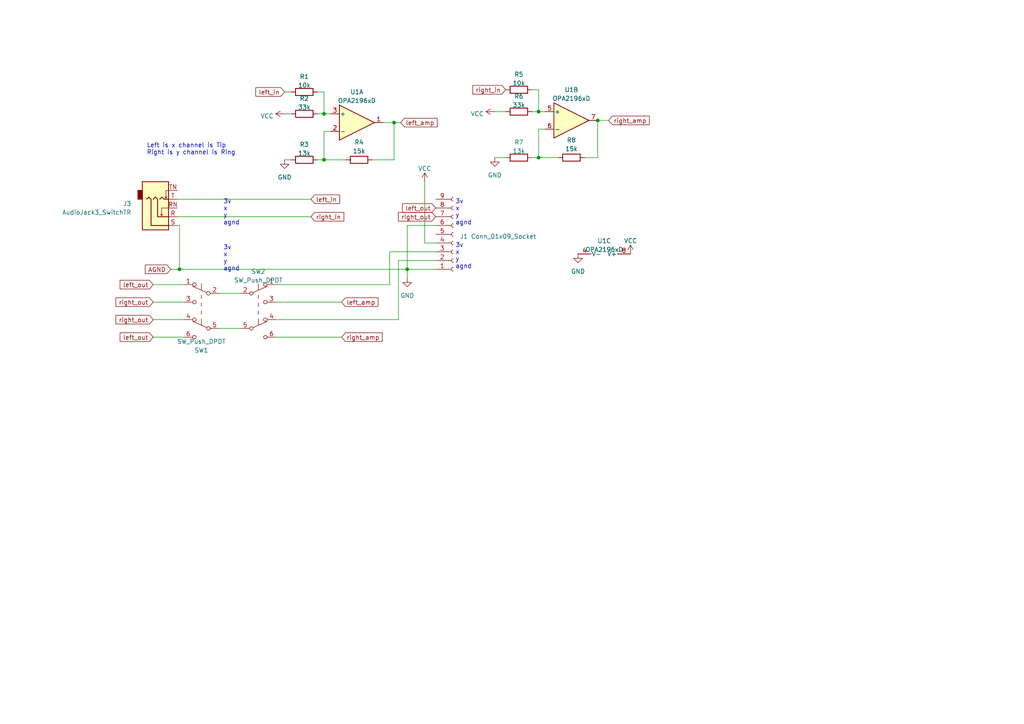
<source format=kicad_sch>
(kicad_sch (version 20230121) (generator eeschema)
  (paper "A4")
  (lib_symbols
    (symbol "Amplifier_Operational:OPA2196xD" (pin_names (offset 0.127))
      (property "Reference" "U" (at 2.54 6.35 0))
      (property "Value" "OPA2196xD" (at 2.54 3.81 0))
      (symbol "OPA2196xD_1_1"
        (polyline (pts (xy 5.08 0) (xy -5.08 5.08) (xy -5.08 -5.08) (xy 5.08 0)) (stroke (width 0.254)) (fill (type background)))
        (pin output line (at 7.62 0 180) (length 2.54) (name "~") (number "1"))
        (pin input line (at -7.62 -2.54 0) (length 2.54) (name "-") (number "2"))
        (pin input line (at -7.62 2.54 0) (length 2.54) (name "+") (number "3"))
      )
      (symbol "OPA2196xD_2_1"
        (polyline (pts (xy 5.08 0) (xy -5.08 5.08) (xy -5.08 -5.08) (xy 5.08 0)) (stroke (width 0.254)) (fill (type background)))
        (pin input line (at -7.62 2.54 0) (length 2.54) (name "+") (number "5"))
        (pin input line (at -7.62 -2.54 0) (length 2.54) (name "-") (number "6"))
        (pin output line (at 7.62 0 180) (length 2.54) (name "~") (number "7"))
      )
      (symbol "OPA2196xD_3_1"
        (pin power_in line (at 0 -7.62 90) (length 3.81) (name "V-") (number "4"))
        (pin power_in line (at 0 7.62 270) (length 3.81) (name "V+") (number "8"))
      )
    )
    (symbol "Connector:Conn_01x09_Socket" (pin_names (offset 1.016) hide)
      (property "Reference" "J" (at 0 12.7 0))
      (property "Value" "Conn_01x09_Socket" (at 0 -12.7 0))
      (symbol "Conn_01x09_Socket_1_1"
        (arc (start 0 -9.652) (mid -0.5058 -10.16) (end 0 -10.668) (stroke (width 0.1524)))
        (arc (start 0 -7.112) (mid -0.5058 -7.62) (end 0 -8.128) (stroke (width 0.1524)))
        (arc (start 0 -4.572) (mid -0.5058 -5.08) (end 0 -5.588) (stroke (width 0.1524)))
        (arc (start 0 -2.032) (mid -0.5058 -2.54) (end 0 -3.048) (stroke (width 0.1524)))
        (polyline (pts (xy -1.27 -10.16) (xy -0.508 -10.16)) (stroke (width 0.1524)))
        (polyline (pts (xy -1.27 -7.62) (xy -0.508 -7.62)) (stroke (width 0.1524)))
        (polyline (pts (xy -1.27 -5.08) (xy -0.508 -5.08)) (stroke (width 0.1524)))
        (polyline (pts (xy -1.27 -2.54) (xy -0.508 -2.54)) (stroke (width 0.1524)))
        (polyline (pts (xy -1.27 0) (xy -0.508 0)) (stroke (width 0.1524)))
        (polyline (pts (xy -1.27 2.54) (xy -0.508 2.54)) (stroke (width 0.1524)))
        (polyline (pts (xy -1.27 5.08) (xy -0.508 5.08)) (stroke (width 0.1524)))
        (polyline (pts (xy -1.27 7.62) (xy -0.508 7.62)) (stroke (width 0.1524)))
        (polyline (pts (xy -1.27 10.16) (xy -0.508 10.16)) (stroke (width 0.1524)))
        (arc (start 0 0.508) (mid -0.5058 0) (end 0 -0.508) (stroke (width 0.1524)))
        (arc (start 0 3.048) (mid -0.5058 2.54) (end 0 2.032) (stroke (width 0.1524)))
        (arc (start 0 5.588) (mid -0.5058 5.08) (end 0 4.572) (stroke (width 0.1524)))
        (arc (start 0 8.128) (mid -0.5058 7.62) (end 0 7.112) (stroke (width 0.1524)))
        (arc (start 0 10.668) (mid -0.5058 10.16) (end 0 9.652) (stroke (width 0.1524)))
        (pin passive line (at -5.08 10.16 0) (length 3.81) (name "Pin_1") (number "1"))
        (pin passive line (at -5.08 7.62 0) (length 3.81) (name "Pin_2") (number "2"))
        (pin passive line (at -5.08 5.08 0) (length 3.81) (name "Pin_3") (number "3"))
        (pin passive line (at -5.08 2.54 0) (length 3.81) (name "Pin_4") (number "4"))
        (pin passive line (at -5.08 0 0) (length 3.81) (name "Pin_5") (number "5"))
        (pin passive line (at -5.08 -2.54 0) (length 3.81) (name "Pin_6") (number "6"))
        (pin passive line (at -5.08 -5.08 0) (length 3.81) (name "Pin_7") (number "7"))
        (pin passive line (at -5.08 -7.62 0) (length 3.81) (name "Pin_8") (number "8"))
        (pin passive line (at -5.08 -10.16 0) (length 3.81) (name "Pin_9") (number "9"))
      )
    )
    (symbol "Connector_Audio:AudioJack3_SwitchTR"
      (property "Reference" "J" (at 0 8.89 0))
      (property "Value" "AudioJack3_SwitchTR" (at 0 6.35 0))
      (symbol "AudioJack3_SwitchTR_0_1"
        (rectangle (start -5.08 -5.08) (end -6.35 -7.62) (stroke (width 0.254)) (fill (type outline)))
        (polyline (pts (xy 0.508 -0.254) (xy 0.762 -0.762)))
        (polyline (pts (xy 1.778 -5.334) (xy 2.032 -5.842)))
        (polyline (pts (xy 0 -5.08) (xy 0.635 -5.715) (xy 1.27 -5.08) (xy 2.54 -5.08)) (stroke (width 0.254)))
        (polyline (pts (xy 2.54 -7.62) (xy 1.778 -7.62) (xy 1.778 -5.334) (xy 1.524 -5.842)))
        (polyline (pts (xy 2.54 -2.54) (xy 0.508 -2.54) (xy 0.508 -0.254) (xy 0.254 -0.762)))
        (polyline (pts (xy -1.905 -5.08) (xy -1.27 -5.715) (xy -0.635 -5.08) (xy -0.635 0) (xy 2.54 0)) (stroke (width 0.254)))
        (polyline (pts (xy 2.54 2.54) (xy -2.54 2.54) (xy -2.54 -5.08) (xy -3.175 -5.715) (xy -3.81 -5.08)) (stroke (width 0.254)))
        (rectangle (start 2.54 3.81) (end -5.08 -10.16) (stroke (width 0.254)) (fill (type background)))
      )
      (symbol "AudioJack3_SwitchTR_1_1"
        (pin passive line (at 5.08 0 180) (length 2.54) (name "~") (number "R"))
        (pin passive line (at 5.08 -2.54 180) (length 2.54) (name "~") (number "RN"))
        (pin passive line (at 5.08 2.54 180) (length 2.54) (name "~") (number "S"))
        (pin passive line (at 5.08 -5.08 180) (length 2.54) (name "~") (number "T"))
        (pin passive line (at 5.08 -7.62 180) (length 2.54) (name "~") (number "TN"))
      )
    )
    (symbol "Device:R" (pin_numbers hide) (pin_names (offset 0))
      (property "Reference" "R" (at 2.032 0 90))
      (property "Value" "R" (at 0 0 90))
      (symbol "R_0_1"
        (rectangle (start -1.016 -2.54) (end 1.016 2.54) (stroke (width 0.254)))
      )
      (symbol "R_1_1"
        (pin passive line (at 0 3.81 270) (length 1.27) (name "~") (number "1"))
        (pin passive line (at 0 -3.81 90) (length 1.27) (name "~") (number "2"))
      )
    )
    (symbol "Switch:SW_Push_DPDT" (pin_names (offset 0) hide)
      (property "Reference" "SW" (at 0 8.89 0))
      (property "Value" "SW_Push_DPDT" (at 0 -10.16 0))
      (symbol "SW_Push_DPDT_0_0"
        (circle (center -2.032 -5.08) (radius 0.508))
        (circle (center -2.032 5.08) (radius 0.508))
        (circle (center 2.032 -7.62) (radius 0.508))
        (circle (center 2.032 2.54) (radius 0.508))
      )
      (symbol "SW_Push_DPDT_0_1"
        (polyline (pts (xy -1.524 -4.826) (xy 2.54 -3.048)))
        (polyline (pts (xy -1.524 5.334) (xy 2.54 7.112)))
        (polyline (pts (xy 0 -2.286) (xy 0 -4.064)))
        (polyline (pts (xy 0 -1.016) (xy 0 0)))
        (polyline (pts (xy 0 1.27) (xy 0 2.286)))
        (polyline (pts (xy 0 3.556) (xy 0 4.572)))
        (polyline (pts (xy 0 7.874) (xy 0 6.096)))
        (circle (center 2.032 -2.54) (radius 0.508))
        (circle (center 2.032 7.62) (radius 0.508))
      )
      (symbol "SW_Push_DPDT_1_1"
        (pin passive line (at 5.08 7.62 180) (length 2.54) (name "A") (number "1"))
        (pin passive line (at -5.08 5.08 0) (length 2.54) (name "B") (number "2"))
        (pin passive line (at 5.08 2.54 180) (length 2.54) (name "C") (number "3"))
        (pin passive line (at 5.08 -2.54 180) (length 2.54) (name "A") (number "4"))
        (pin passive line (at -5.08 -5.08 0) (length 2.54) (name "B") (number "5"))
        (pin passive line (at 5.08 -7.62 180) (length 2.54) (name "C") (number "6"))
      )
    )
    (symbol "power:GND" (power) (pin_names (offset 0))
      (property "Value" "GND" (at 0 -3.81 0))
      (symbol "GND_0_1"
        (polyline (pts (xy 0 0) (xy 0 -1.27) (xy 1.27 -1.27) (xy 0 -2.54) (xy -1.27 -1.27) (xy 0 -1.27)))
      )
      (symbol "GND_1_1"
        (pin power_in line (at 0 0 270) (length 0) hide (name "GND") (number "1"))
      )
    )
    (symbol "power:VCC" (power) (pin_names (offset 0))
      (property "Value" "VCC" (at 0 3.81 0))
      (symbol "VCC_0_1"
        (polyline (pts (xy -0.762 1.27) (xy 0 2.54)))
        (polyline (pts (xy 0 0) (xy 0 2.54)))
        (polyline (pts (xy 0 2.54) (xy 0.762 1.27)))
      )
      (symbol "VCC_1_1"
        (pin power_in line (at 0 0 90) (length 0) hide (name "VCC") (number "1"))
      )
    )
  )
  (junction (at 93.98 46.355))
  (junction (at 156.21 45.72))
  (junction (at 114.3 35.56))
  (junction (at 173.355 34.925))
  (junction (at 52.07 78.105))
  (junction (at 156.21 32.385))
  (junction (at 118.11 78.105))
  (junction (at 93.98 33.02))
  (wire (pts (xy 114.3 46.355) (xy 114.3 35.56)))
  (wire (pts (xy 118.11 78.105) (xy 118.11 80.645)))
  (wire (pts (xy 93.98 26.67) (xy 93.98 33.02)))
  (wire (pts (xy 126.365 70.485) (xy 123.19 70.485)))
  (wire (pts (xy 92.075 26.67) (xy 93.98 26.67)))
  (wire (pts (xy 143.51 45.72) (xy 146.685 45.72)))
  (wire (pts (xy 156.21 37.465) (xy 158.115 37.465)))
  (wire (pts (xy 118.11 78.105) (xy 126.365 78.105)))
  (wire (pts (xy 173.355 45.72) (xy 173.355 34.925)))
  (wire (pts (xy 53.34 92.71) (xy 44.45 92.71)))
  (wire (pts (xy 82.55 33.02) (xy 84.455 33.02)))
  (wire (pts (xy 156.21 32.385) (xy 158.115 32.385)))
  (wire (pts (xy 51.435 57.785) (xy 90.17 57.785)))
  (wire (pts (xy 53.34 97.79) (xy 44.45 97.79)))
  (wire (pts (xy 93.98 38.1) (xy 95.885 38.1)))
  (wire (pts (xy 49.53 78.105) (xy 52.07 78.105)))
  (wire (pts (xy 92.075 46.355) (xy 93.98 46.355)))
  (wire (pts (xy 173.355 34.925) (xy 176.53 34.925)))
  (wire (pts (xy 156.21 45.72) (xy 161.925 45.72)))
  (wire (pts (xy 93.98 33.02) (xy 95.885 33.02)))
  (wire (pts (xy 52.07 65.405) (xy 52.07 78.105)))
  (wire (pts (xy 156.21 37.465) (xy 156.21 45.72)))
  (wire (pts (xy 113.03 73.025) (xy 126.365 73.025)))
  (wire (pts (xy 114.3 35.56) (xy 116.205 35.56)))
  (wire (pts (xy 114.3 35.56) (xy 111.125 35.56)))
  (wire (pts (xy 154.305 26.035) (xy 156.21 26.035)))
  (wire (pts (xy 93.98 33.02) (xy 92.075 33.02)))
  (wire (pts (xy 51.435 62.865) (xy 90.17 62.865)))
  (wire (pts (xy 118.11 65.405) (xy 118.11 78.105)))
  (wire (pts (xy 53.34 82.55) (xy 44.45 82.55)))
  (wire (pts (xy 51.435 65.405) (xy 52.07 65.405)))
  (wire (pts (xy 93.98 38.1) (xy 93.98 46.355)))
  (wire (pts (xy 123.19 52.705) (xy 123.19 70.485)))
  (wire (pts (xy 52.07 78.105) (xy 118.11 78.105)))
  (wire (pts (xy 113.03 82.55) (xy 113.03 73.025)))
  (wire (pts (xy 80.01 97.79) (xy 99.06 97.79)))
  (wire (pts (xy 114.3 46.355) (xy 107.95 46.355)))
  (wire (pts (xy 118.11 65.405) (xy 126.365 65.405)))
  (wire (pts (xy 80.01 82.55) (xy 113.03 82.55)))
  (wire (pts (xy 82.55 46.355) (xy 84.455 46.355)))
  (wire (pts (xy 156.21 26.035) (xy 156.21 32.385)))
  (wire (pts (xy 126.365 75.565) (xy 115.57 75.565)))
  (wire (pts (xy 63.5 85.09) (xy 69.85 85.09)))
  (wire (pts (xy 53.34 87.63) (xy 44.45 87.63)))
  (wire (pts (xy 93.98 46.355) (xy 100.33 46.355)))
  (wire (pts (xy 115.57 75.565) (xy 115.57 92.71)))
  (wire (pts (xy 80.01 87.63) (xy 99.06 87.63)))
  (wire (pts (xy 156.21 32.385) (xy 154.305 32.385)))
  (wire (pts (xy 169.545 45.72) (xy 173.355 45.72)))
  (wire (pts (xy 115.57 92.71) (xy 80.01 92.71)))
  (wire (pts (xy 143.51 32.385) (xy 146.685 32.385)))
  (wire (pts (xy 63.5 95.25) (xy 69.85 95.25)))
  (wire (pts (xy 82.55 26.67) (xy 84.455 26.67)))
  (wire (pts (xy 154.305 45.72) (xy 156.21 45.72)))
  (text "3v\nx\ny\nagnd" (at 64.77 65.405 0) (effects (font (size 1.27 1.27)) (justify left bottom)))
  (text "3v\nx\ny\nagnd" (at 132.08 78.105 0) (effects (font (size 1.27 1.27)) (justify left bottom)))
  (text "3v\nx\ny\nagnd" (at 132.08 65.405 0) (effects (font (size 1.27 1.27)) (justify left bottom)))
  (text "3v\nx\ny\nagnd" (at 64.77 78.74 0) (effects (font (size 1.27 1.27)) (justify left bottom)))
  (text "Left is x channel is Tip\nRight is y channel is Ring" (at 42.545 45.085 0) (effects (font (size 1.27 1.27)) (justify left bottom)))
  (global_label "AGND" (shape input) (at 49.53 78.105 180) (property "Intersheetrefs" "${INTERSHEET_REFS}" (effects hide)))
  (global_label "left_amp" (shape input) (at 99.06 87.63 0) (property "Intersheetrefs" "${INTERSHEET_REFS}" (effects hide)))
  (global_label "right_in" (shape input) (at 146.685 26.035 180) (property "Intersheetrefs" "${INTERSHEET_REFS}" (effects hide)))
  (global_label "right_amp" (shape input) (at 176.53 34.925 0) (property "Intersheetrefs" "${INTERSHEET_REFS}" (effects hide)))
  (global_label "left_in" (shape input) (at 90.17 57.785 0) (property "Intersheetrefs" "${INTERSHEET_REFS}" (effects hide)))
  (global_label "right_out" (shape input) (at 44.45 87.63 180) (property "Intersheetrefs" "${INTERSHEET_REFS}" (effects hide)))
  (global_label "right_out" (shape input) (at 44.45 92.71 180) (property "Intersheetrefs" "${INTERSHEET_REFS}" (effects hide)))
  (global_label "left_in" (shape input) (at 82.55 26.67 180) (property "Intersheetrefs" "${INTERSHEET_REFS}" (effects hide)))
  (global_label "right_amp" (shape input) (at 99.06 97.79 0) (property "Intersheetrefs" "${INTERSHEET_REFS}" (effects hide)))
  (global_label "right_in" (shape input) (at 90.17 62.865 0) (property "Intersheetrefs" "${INTERSHEET_REFS}" (effects hide)))
  (global_label "right_out" (shape input) (at 126.365 62.865 180) (property "Intersheetrefs" "${INTERSHEET_REFS}" (effects hide)))
  (global_label "left_out" (shape input) (at 126.365 60.325 180) (property "Intersheetrefs" "${INTERSHEET_REFS}" (effects hide)))
  (global_label "left_out" (shape input) (at 44.45 82.55 180) (property "Intersheetrefs" "${INTERSHEET_REFS}" (effects hide)))
  (global_label "left_out" (shape input) (at 44.45 97.79 180) (property "Intersheetrefs" "${INTERSHEET_REFS}" (effects hide)))
  (global_label "left_amp" (shape input) (at 116.205 35.56 0) (property "Intersheetrefs" "${INTERSHEET_REFS}" (effects hide)))
  (symbol (lib_id "Amplifier_Operational:OPA2196xD") (at 175.26 73.66 270) (unit 3)
    (property "Reference" "U1" (at 175.26 69.85 90))
    (property "Value" "OPA2196xD" (at 175.26 72.39 90))
    (property "Footprint" "Package_SO:SOIC-8_3.9x4.9mm_P1.27mm" (effects hide))
    (property "Datasheet" "http://www.ti.com/lit/ds/symlink/opa4196.pdf" (effects hide))
    (property "lcsc" "C110074" (effects hide))
  )
  (symbol (lib_id "Connector_Audio:AudioJack3_SwitchTR") (at 46.355 62.865 0) (mirror x) (unit 1)
    (property "Reference" "J3" (at 38.1 59.055 0) (effects (justify right)))
    (property "Value" "AudioJack3_SwitchTR" (at 38.1 61.595 0) (effects (justify right)))
    (property "Footprint" "Connector_Audio:Jack_3.5mm_CUI_SJ1-3525N_Horizontal" (effects hide))
  )
  (symbol (lib_id "Device:R") (at 165.735 45.72 270) (unit 1)
    (property "Reference" "R8" (at 165.735 40.64 90))
    (property "Value" "15k" (at 165.735 43.18 90))
    (property "Footprint" "Resistor_SMD:R_0603_1608Metric_Pad0.98x0.95mm_HandSolder" (effects hide))
  )
  (symbol (lib_id "Amplifier_Operational:OPA2196xD") (at 165.735 34.925 0) (unit 2)
    (property "Reference" "U1" (at 165.735 26.035 0))
    (property "Value" "OPA2196xD" (at 165.735 28.575 0))
    (property "Footprint" "Package_SO:SOIC-8_3.9x4.9mm_P1.27mm" (effects hide))
    (property "Datasheet" "http://www.ti.com/lit/ds/symlink/opa4196.pdf" (effects hide))
    (property "lcsc" "C110074" (effects hide))
  )
  (symbol (lib_id "Device:R") (at 150.495 45.72 90) (unit 1)
    (property "Reference" "R7" (at 150.495 41.275 90))
    (property "Value" "13k" (at 150.495 43.815 90))
    (property "Footprint" "Resistor_SMD:R_0603_1608Metric_Pad0.98x0.95mm_HandSolder" (effects hide))
  )
  (symbol (lib_id "Device:R") (at 104.14 46.355 270) (unit 1)
    (property "Reference" "R4" (at 104.14 41.275 90))
    (property "Value" "15k" (at 104.14 43.815 90))
    (property "Footprint" "Resistor_SMD:R_0603_1608Metric_Pad0.98x0.95mm_HandSolder" (effects hide))
  )
  (symbol (lib_id "power:GND") (at 118.11 80.645 0) (unit 1)
    (property "Reference" "#PWR06" (effects hide))
    (property "Value" "GND" (at 118.11 85.725 0))
  )
  (symbol (lib_id "Device:R") (at 88.265 26.67 90) (unit 1)
    (property "Reference" "R1" (at 88.265 22.225 90))
    (property "Value" "10k" (at 88.265 24.765 90))
    (property "Footprint" "Resistor_SMD:R_0603_1608Metric_Pad0.98x0.95mm_HandSolder" (effects hide))
  )
  (symbol (lib_id "Device:R") (at 88.265 46.355 90) (unit 1)
    (property "Reference" "R3" (at 88.265 41.91 90))
    (property "Value" "13k" (at 88.265 44.45 90))
    (property "Footprint" "Resistor_SMD:R_0603_1608Metric_Pad0.98x0.95mm_HandSolder" (effects hide))
  )
  (symbol (lib_id "Device:R") (at 150.495 32.385 90) (unit 1)
    (property "Reference" "R6" (at 150.495 27.94 90))
    (property "Value" "33k" (at 150.495 30.48 90))
    (property "Footprint" "Resistor_SMD:R_0603_1608Metric_Pad0.98x0.95mm_HandSolder" (effects hide))
  )
  (symbol (lib_id "power:VCC") (at 182.88 73.66 0) (unit 1)
    (property "Reference" "#PWR04" (effects hide))
    (property "Value" "VCC" (at 182.88 69.85 0))
  )
  (symbol (lib_id "power:VCC") (at 143.51 32.385 90) (unit 1)
    (property "Reference" "#PWR08" (effects hide))
    (property "Value" "VCC" (at 140.335 33.02 90) (effects (justify left)))
  )
  (symbol (lib_id "Switch:SW_Push_DPDT") (at 58.42 90.17 0) (mirror y) (unit 1)
    (property "Reference" "SW1" (at 58.42 101.6 0))
    (property "Value" "SW_Push_DPDT" (at 58.42 99.06 0))
    (property "Footprint" "Button_Switch_SMD:SW_DPDT_CK_JS202011JCQN" (effects hide))
    (property "lcsc" "C221665" (effects hide))
  )
  (symbol (lib_id "power:VCC") (at 82.55 33.02 90) (unit 1)
    (property "Reference" "#PWR03" (effects hide))
    (property "Value" "VCC" (at 79.375 33.655 90) (effects (justify left)))
  )
  (symbol (lib_id "Device:R") (at 88.265 33.02 90) (unit 1)
    (property "Reference" "R2" (at 88.265 28.575 90))
    (property "Value" "33k" (at 88.265 31.115 90))
    (property "Footprint" "Resistor_SMD:R_0603_1608Metric_Pad0.98x0.95mm_HandSolder" (effects hide))
  )
  (symbol (lib_id "power:GND") (at 167.64 73.66 0) (unit 1)
    (property "Reference" "#PWR02" (effects hide))
    (property "Value" "GND" (at 167.64 78.74 0))
  )
  (symbol (lib_id "Switch:SW_Push_DPDT") (at 74.93 90.17 0) (unit 1)
    (property "Reference" "SW2" (at 74.93 78.74 0))
    (property "Value" "SW_Push_DPDT" (at 74.93 81.28 0))
    (property "Footprint" "Button_Switch_SMD:SW_DPDT_CK_JS202011JCQN" (effects hide))
    (property "lcsc" "C221665" (effects hide))
  )
  (symbol (lib_id "Device:R") (at 150.495 26.035 90) (unit 1)
    (property "Reference" "R5" (at 150.495 21.59 90))
    (property "Value" "10k" (at 150.495 24.13 90))
    (property "Footprint" "Resistor_SMD:R_0603_1608Metric_Pad0.98x0.95mm_HandSolder" (effects hide))
  )
  (symbol (lib_id "power:GND") (at 82.55 46.355 0) (unit 1)
    (property "Reference" "#PWR07" (effects hide))
    (property "Value" "GND" (at 82.55 51.435 0))
  )
  (symbol (lib_id "power:GND") (at 143.51 45.72 0) (unit 1)
    (property "Reference" "#PWR09" (effects hide))
    (property "Value" "GND" (at 143.51 50.8 0))
  )
  (symbol (lib_id "power:VCC") (at 123.19 52.705 0) (unit 1)
    (property "Reference" "#PWR05" (effects hide))
    (property "Value" "VCC" (at 123.19 48.895 0))
  )
  (symbol (lib_id "Connector:Conn_01x09_Socket") (at 131.445 67.945 0) (mirror x) (unit 1)
    (property "Reference" "J1" (at 133.35 68.58 0) (effects (justify left)))
    (property "Value" "Conn_01x09_Socket" (at 136.525 68.58 0) (effects (justify left)))
    (property "Footprint" "Connector_PinHeader_2.54mm:PinHeader_1x09_P2.54mm_Vertical" (effects hide))
  )
  (symbol (lib_id "Amplifier_Operational:OPA2196xD") (at 103.505 35.56 0) (unit 1)
    (property "Reference" "U1" (at 103.505 26.67 0))
    (property "Value" "OPA2196xD" (at 103.505 29.21 0))
    (property "Footprint" "Package_SO:SOIC-8_3.9x4.9mm_P1.27mm" (effects hide))
    (property "Datasheet" "http://www.ti.com/lit/ds/symlink/opa4196.pdf" (effects hide))
    (property "lcsc" "C110074" (effects hide))
  )
)
</source>
